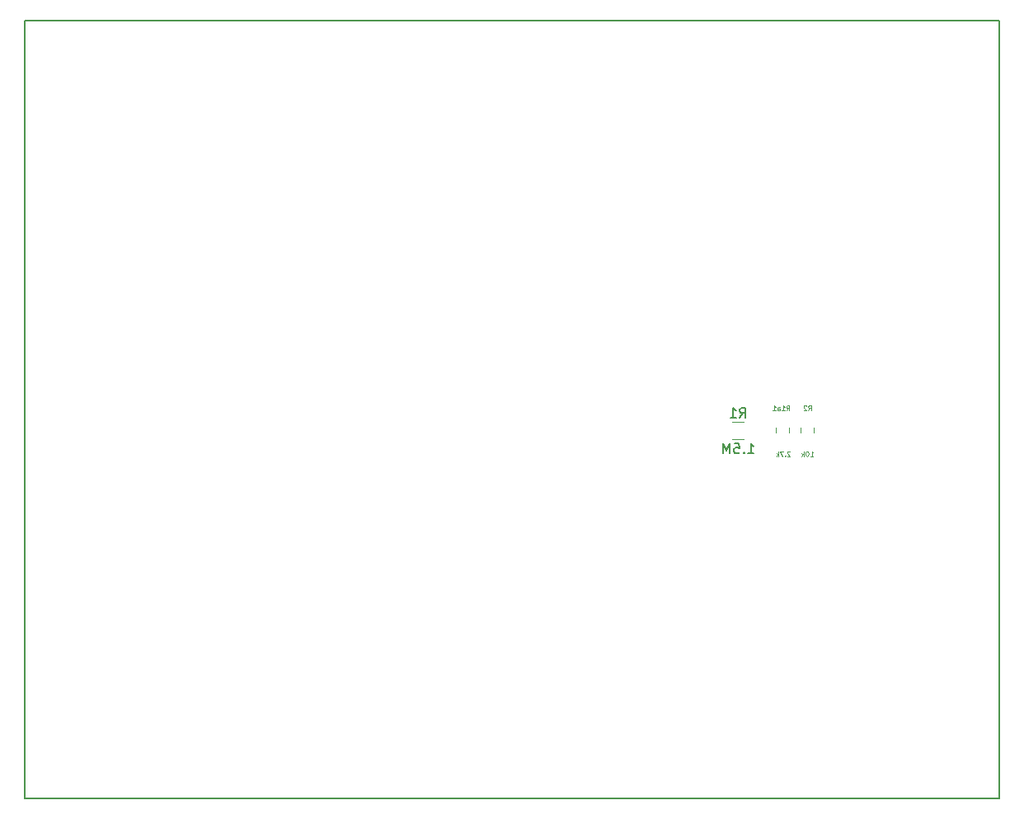
<source format=gbr>
%TF.GenerationSoftware,KiCad,Pcbnew,(5.1.2-1)-1*%
%TF.CreationDate,2019-05-03T14:38:19+02:00*%
%TF.ProjectId,funknetzwerkuhr,66756e6b-6e65-4747-9a77-65726b756872,rev?*%
%TF.SameCoordinates,Original*%
%TF.FileFunction,Legend,Bot*%
%TF.FilePolarity,Positive*%
%FSLAX46Y46*%
G04 Gerber Fmt 4.6, Leading zero omitted, Abs format (unit mm)*
G04 Created by KiCad (PCBNEW (5.1.2-1)-1) date 2019-05-03 14:38:19*
%MOMM*%
%LPD*%
G04 APERTURE LIST*
%ADD10C,0.150000*%
%ADD11C,0.120000*%
%ADD12C,0.075000*%
G04 APERTURE END LIST*
D10*
X150000000Y-55000000D02*
X150000000Y-135000000D01*
X150000000Y-55000000D02*
X50000000Y-55000000D01*
X50000000Y-135000000D02*
X50000000Y-55000000D01*
X150000000Y-135000000D02*
X50000000Y-135000000D01*
D11*
X127052000Y-97407252D02*
X127052000Y-96884748D01*
X128472000Y-97407252D02*
X128472000Y-96884748D01*
X131012000Y-96884748D02*
X131012000Y-97407252D01*
X129592000Y-96884748D02*
X129592000Y-97407252D01*
X122624436Y-96245000D02*
X123828564Y-96245000D01*
X122624436Y-98065000D02*
X123828564Y-98065000D01*
D12*
X128197488Y-95095190D02*
X128364154Y-94857095D01*
X128483202Y-95095190D02*
X128483202Y-94595190D01*
X128292726Y-94595190D01*
X128245107Y-94619000D01*
X128221297Y-94642809D01*
X128197488Y-94690428D01*
X128197488Y-94761857D01*
X128221297Y-94809476D01*
X128245107Y-94833285D01*
X128292726Y-94857095D01*
X128483202Y-94857095D01*
X127721297Y-95095190D02*
X128007011Y-95095190D01*
X127864154Y-95095190D02*
X127864154Y-94595190D01*
X127911773Y-94666619D01*
X127959392Y-94714238D01*
X128007011Y-94738047D01*
X127292726Y-95095190D02*
X127292726Y-94833285D01*
X127316535Y-94785666D01*
X127364154Y-94761857D01*
X127459392Y-94761857D01*
X127507011Y-94785666D01*
X127292726Y-95071380D02*
X127340345Y-95095190D01*
X127459392Y-95095190D01*
X127507011Y-95071380D01*
X127530821Y-95023761D01*
X127530821Y-94976142D01*
X127507011Y-94928523D01*
X127459392Y-94904714D01*
X127340345Y-94904714D01*
X127292726Y-94880904D01*
X126792726Y-95095190D02*
X127078440Y-95095190D01*
X126935583Y-95095190D02*
X126935583Y-94595190D01*
X126983202Y-94666619D01*
X127030821Y-94714238D01*
X127078440Y-94738047D01*
X128548750Y-99341809D02*
X128524940Y-99318000D01*
X128477321Y-99294190D01*
X128358273Y-99294190D01*
X128310654Y-99318000D01*
X128286845Y-99341809D01*
X128263035Y-99389428D01*
X128263035Y-99437047D01*
X128286845Y-99508476D01*
X128572559Y-99794190D01*
X128263035Y-99794190D01*
X128048750Y-99746571D02*
X128024940Y-99770380D01*
X128048750Y-99794190D01*
X128072559Y-99770380D01*
X128048750Y-99746571D01*
X128048750Y-99794190D01*
X127858273Y-99294190D02*
X127524940Y-99294190D01*
X127739226Y-99794190D01*
X127334464Y-99794190D02*
X127334464Y-99294190D01*
X127286845Y-99603714D02*
X127143988Y-99794190D01*
X127143988Y-99460857D02*
X127334464Y-99651333D01*
X130414178Y-95095190D02*
X130580845Y-94857095D01*
X130699892Y-95095190D02*
X130699892Y-94595190D01*
X130509416Y-94595190D01*
X130461797Y-94619000D01*
X130437988Y-94642809D01*
X130414178Y-94690428D01*
X130414178Y-94761857D01*
X130437988Y-94809476D01*
X130461797Y-94833285D01*
X130509416Y-94857095D01*
X130699892Y-94857095D01*
X130223702Y-94642809D02*
X130199892Y-94619000D01*
X130152273Y-94595190D01*
X130033226Y-94595190D01*
X129985607Y-94619000D01*
X129961797Y-94642809D01*
X129937988Y-94690428D01*
X129937988Y-94738047D01*
X129961797Y-94809476D01*
X130247511Y-95095190D01*
X129937988Y-95095190D01*
X130634297Y-99794190D02*
X130920011Y-99794190D01*
X130777154Y-99794190D02*
X130777154Y-99294190D01*
X130824773Y-99365619D01*
X130872392Y-99413238D01*
X130920011Y-99437047D01*
X130324773Y-99294190D02*
X130277154Y-99294190D01*
X130229535Y-99318000D01*
X130205726Y-99341809D01*
X130181916Y-99389428D01*
X130158107Y-99484666D01*
X130158107Y-99603714D01*
X130181916Y-99698952D01*
X130205726Y-99746571D01*
X130229535Y-99770380D01*
X130277154Y-99794190D01*
X130324773Y-99794190D01*
X130372392Y-99770380D01*
X130396202Y-99746571D01*
X130420011Y-99698952D01*
X130443821Y-99603714D01*
X130443821Y-99484666D01*
X130420011Y-99389428D01*
X130396202Y-99341809D01*
X130372392Y-99318000D01*
X130324773Y-99294190D01*
X129943821Y-99794190D02*
X129943821Y-99294190D01*
X129896202Y-99603714D02*
X129753345Y-99794190D01*
X129753345Y-99460857D02*
X129943821Y-99651333D01*
D10*
X123393166Y-95829380D02*
X123726500Y-95353190D01*
X123964595Y-95829380D02*
X123964595Y-94829380D01*
X123583642Y-94829380D01*
X123488404Y-94877000D01*
X123440785Y-94924619D01*
X123393166Y-95019857D01*
X123393166Y-95162714D01*
X123440785Y-95257952D01*
X123488404Y-95305571D01*
X123583642Y-95353190D01*
X123964595Y-95353190D01*
X122440785Y-95829380D02*
X123012214Y-95829380D01*
X122726500Y-95829380D02*
X122726500Y-94829380D01*
X122821738Y-94972238D01*
X122916976Y-95067476D01*
X123012214Y-95115095D01*
X124226500Y-99512380D02*
X124797928Y-99512380D01*
X124512214Y-99512380D02*
X124512214Y-98512380D01*
X124607452Y-98655238D01*
X124702690Y-98750476D01*
X124797928Y-98798095D01*
X123797928Y-99417142D02*
X123750309Y-99464761D01*
X123797928Y-99512380D01*
X123845547Y-99464761D01*
X123797928Y-99417142D01*
X123797928Y-99512380D01*
X122845547Y-98512380D02*
X123321738Y-98512380D01*
X123369357Y-98988571D01*
X123321738Y-98940952D01*
X123226500Y-98893333D01*
X122988404Y-98893333D01*
X122893166Y-98940952D01*
X122845547Y-98988571D01*
X122797928Y-99083809D01*
X122797928Y-99321904D01*
X122845547Y-99417142D01*
X122893166Y-99464761D01*
X122988404Y-99512380D01*
X123226500Y-99512380D01*
X123321738Y-99464761D01*
X123369357Y-99417142D01*
X122369357Y-99512380D02*
X122369357Y-98512380D01*
X122036023Y-99226666D01*
X121702690Y-98512380D01*
X121702690Y-99512380D01*
M02*

</source>
